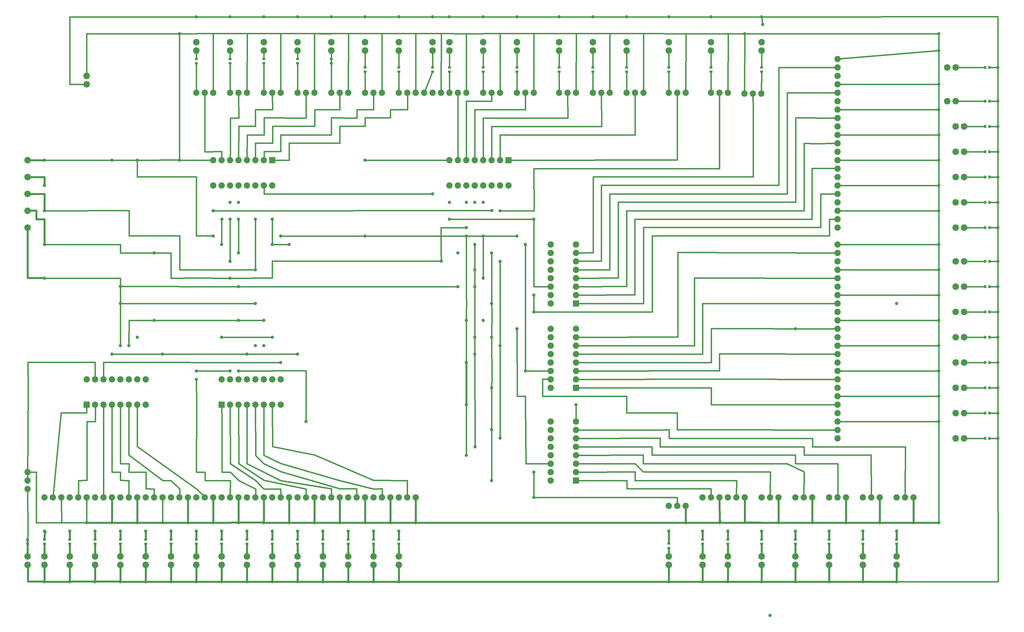
<source format=gtl>
G04 MADE WITH FRITZING*
G04 WWW.FRITZING.ORG*
G04 DOUBLE SIDED*
G04 HOLES PLATED*
G04 CONTOUR ON CENTER OF CONTOUR VECTOR*
%ASAXBY*%
%FSLAX23Y23*%
%MOIN*%
%OFA0B0*%
%SFA1.0B1.0*%
%ADD10C,0.039370*%
%ADD11C,0.078000*%
%ADD12C,0.075000*%
%ADD13R,0.035433X0.027559*%
%ADD14R,0.027559X0.035433*%
%ADD15R,0.075000X0.075000*%
%ADD16C,0.016000*%
%ADD17C,0.024000*%
%LNCOPPER1*%
G90*
G70*
G54D10*
X5083Y4596D03*
X2482Y4794D03*
X2483Y5093D03*
X3081Y5093D03*
X3282Y4794D03*
X5682Y4694D03*
X1280Y4295D03*
X5282Y4294D03*
X5582Y3894D03*
X5682Y3694D03*
X6082Y3294D03*
X5681Y2596D03*
X5681Y1994D03*
X5782Y2495D03*
X5483Y2394D03*
X5382Y2293D03*
X3481Y2693D03*
X382Y5494D03*
X382Y5794D03*
X382Y4794D03*
X382Y4394D03*
X382Y5194D03*
X4982Y5394D03*
X5684Y5196D03*
X5782Y5194D03*
X6882Y7494D03*
X5482Y3694D03*
X8893Y7402D03*
X2882Y4094D03*
X5682Y4094D03*
X5482Y3494D03*
X3282Y1494D03*
X2982Y1494D03*
X2382Y1494D03*
X11682Y2494D03*
X8882Y7494D03*
X7782Y7494D03*
X7282Y7494D03*
X8282Y7494D03*
X6482Y7494D03*
X9282Y3794D03*
X10482Y4094D03*
X5982Y7494D03*
X5582Y7494D03*
X5182Y7494D03*
X4982Y7494D03*
X4582Y7494D03*
X4182Y7494D03*
X3382Y7494D03*
X2982Y7494D03*
X2582Y7494D03*
X2182Y7494D03*
G54D11*
X682Y1094D03*
X682Y994D03*
X10482Y1094D03*
X10482Y994D03*
X11182Y2494D03*
X11282Y2494D03*
X11182Y2794D03*
X11282Y2794D03*
X11182Y3094D03*
X11282Y3094D03*
X11182Y3394D03*
X11282Y3394D03*
X11182Y3994D03*
X11282Y3994D03*
X11182Y3694D03*
X11282Y3694D03*
X11182Y4294D03*
X11282Y4294D03*
X11182Y4594D03*
X11282Y4594D03*
X11182Y4994D03*
X11282Y4994D03*
X11182Y5294D03*
X11282Y5294D03*
X11182Y5594D03*
X11282Y5594D03*
X11182Y5894D03*
X11282Y5894D03*
X11182Y6194D03*
X11282Y6194D03*
X11082Y6494D03*
X11182Y6494D03*
X11082Y6894D03*
X11182Y6894D03*
X8882Y7094D03*
X8882Y7194D03*
X8282Y7194D03*
X8282Y7094D03*
X7782Y7194D03*
X7782Y7094D03*
X7282Y7194D03*
X7282Y7094D03*
X6882Y7194D03*
X6882Y7094D03*
X6482Y7194D03*
X6482Y7094D03*
X5982Y7194D03*
X5982Y7094D03*
X5582Y7194D03*
X5582Y7094D03*
X5182Y7194D03*
X5182Y7094D03*
X4982Y7194D03*
X4982Y7094D03*
X4582Y7194D03*
X4582Y7094D03*
X882Y6794D03*
X882Y6694D03*
X4182Y7194D03*
X4182Y7094D03*
X3782Y7194D03*
X3782Y7094D03*
X3382Y7194D03*
X3382Y7094D03*
X2982Y7194D03*
X2982Y7094D03*
X2582Y7194D03*
X2582Y7094D03*
X2182Y7194D03*
X2182Y7094D03*
X10082Y1094D03*
X10082Y994D03*
X9682Y1094D03*
X9682Y994D03*
X9282Y1094D03*
X9282Y994D03*
X8882Y1094D03*
X8882Y994D03*
X8482Y1094D03*
X8482Y994D03*
X8182Y1094D03*
X8182Y994D03*
X7782Y1094D03*
X7782Y994D03*
X4582Y1094D03*
X4582Y994D03*
X4282Y1094D03*
X4282Y994D03*
X3982Y1094D03*
X3982Y994D03*
X3382Y1094D03*
X3382Y994D03*
X3082Y1094D03*
X3082Y994D03*
X2782Y1094D03*
X2782Y994D03*
X3682Y1094D03*
X3682Y994D03*
X2482Y1094D03*
X2482Y994D03*
X2182Y1094D03*
X2182Y994D03*
X1882Y1094D03*
X1882Y994D03*
X1582Y1094D03*
X1582Y994D03*
X1282Y1094D03*
X1282Y994D03*
X982Y1094D03*
X982Y994D03*
X382Y1094D03*
X382Y994D03*
X182Y1094D03*
X182Y994D03*
G54D10*
X8282Y7494D03*
X11682Y6894D03*
X11682Y6494D03*
X11682Y6194D03*
X11682Y5894D03*
X11682Y5594D03*
X11682Y5294D03*
X11682Y4994D03*
X11682Y4594D03*
X11682Y4294D03*
X11682Y3994D03*
X11682Y3694D03*
X11682Y3394D03*
X11682Y2794D03*
X11682Y3094D03*
X10082Y794D03*
X9682Y794D03*
X9282Y794D03*
X382Y794D03*
X1282Y794D03*
X1582Y794D03*
X1882Y794D03*
X2182Y794D03*
X2482Y794D03*
X2782Y794D03*
X3082Y794D03*
X3382Y794D03*
X3682Y794D03*
X3982Y794D03*
X4282Y794D03*
X4582Y794D03*
X7782Y794D03*
X8182Y794D03*
X8482Y794D03*
X8882Y794D03*
X682Y794D03*
X381Y1394D03*
X682Y1394D03*
X982Y1394D03*
X10482Y1394D03*
X2882Y5094D03*
X3082Y4794D03*
X1482Y5794D03*
X1182Y5794D03*
X2682Y5294D03*
X2682Y5094D03*
X2682Y4694D03*
X2682Y4294D03*
X2582Y5294D03*
X2582Y5094D03*
X2582Y4594D03*
X2582Y4394D03*
X2382Y4894D03*
X3182Y4894D03*
X4182Y5794D03*
X4182Y4894D03*
X5582Y5294D03*
X5582Y4894D03*
X5382Y4894D03*
X5582Y4394D03*
X5382Y3894D03*
X5382Y3394D03*
X6682Y2894D03*
X3382Y3494D03*
X5682Y3094D03*
X3082Y3694D03*
X2482Y3694D03*
X1482Y3694D03*
X2882Y4494D03*
X5482Y5294D03*
X5482Y4294D03*
X5482Y4794D03*
X5482Y4494D03*
X2882Y3594D03*
X1282Y3594D03*
X5382Y5294D03*
X5382Y4994D03*
X1682Y4694D03*
X1682Y3894D03*
X1382Y3594D03*
X2982Y3894D03*
X2682Y3894D03*
X5782Y4594D03*
X5782Y3594D03*
X5182Y5294D03*
X5182Y5094D03*
X6182Y5094D03*
X5982Y4894D03*
X6182Y4194D03*
X6182Y3994D03*
X5382Y2894D03*
X2782Y3494D03*
X2982Y3594D03*
X2682Y3294D03*
X1182Y3494D03*
X2582Y3294D03*
X2182Y3294D03*
X2182Y3194D03*
X6182Y2094D03*
X6182Y1794D03*
G54D12*
X2482Y2894D03*
X2482Y3194D03*
X2582Y2894D03*
X2582Y3194D03*
X2682Y2894D03*
X2682Y3194D03*
X2782Y2894D03*
X2782Y3194D03*
X2882Y2894D03*
X2882Y3194D03*
X2982Y2894D03*
X2982Y3194D03*
X3082Y2894D03*
X3082Y3194D03*
X3182Y2894D03*
X3182Y3194D03*
X6682Y1994D03*
X6382Y1994D03*
X6682Y2094D03*
X6382Y2094D03*
X6682Y2194D03*
X6382Y2194D03*
X6682Y2294D03*
X6382Y2294D03*
X6682Y2394D03*
X6382Y2394D03*
X6682Y2494D03*
X6382Y2494D03*
X6682Y2594D03*
X6382Y2594D03*
X6682Y2694D03*
X6382Y2694D03*
X6682Y3094D03*
X6382Y3094D03*
X6682Y3194D03*
X6382Y3194D03*
X6682Y3294D03*
X6382Y3294D03*
X6682Y3394D03*
X6382Y3394D03*
X6682Y3494D03*
X6382Y3494D03*
X6682Y3594D03*
X6382Y3594D03*
X6682Y3694D03*
X6382Y3694D03*
X6682Y3794D03*
X6382Y3794D03*
X6682Y4094D03*
X6382Y4094D03*
X6682Y4194D03*
X6382Y4194D03*
X6682Y4294D03*
X6382Y4294D03*
X6682Y4394D03*
X6382Y4394D03*
X6682Y4494D03*
X6382Y4494D03*
X6682Y4594D03*
X6382Y4594D03*
X6682Y4694D03*
X6382Y4694D03*
X6682Y4794D03*
X6382Y4794D03*
X5882Y5794D03*
X5882Y5494D03*
X5782Y5794D03*
X5782Y5494D03*
X5682Y5794D03*
X5682Y5494D03*
X5582Y5794D03*
X5582Y5494D03*
X5482Y5794D03*
X5482Y5494D03*
X5382Y5794D03*
X5382Y5494D03*
X5282Y5794D03*
X5282Y5494D03*
X5182Y5794D03*
X5182Y5494D03*
X3082Y5794D03*
X3082Y5494D03*
X2982Y5794D03*
X2982Y5494D03*
X2882Y5794D03*
X2882Y5494D03*
X2782Y5794D03*
X2782Y5494D03*
X2682Y5794D03*
X2682Y5494D03*
X2582Y5794D03*
X2582Y5494D03*
X2482Y5794D03*
X2482Y5494D03*
X2382Y5794D03*
X2382Y5494D03*
G54D10*
X3782Y7494D03*
X8982Y394D03*
X2382Y5194D03*
X6082Y4794D03*
X1282Y4094D03*
X5982Y3794D03*
G54D12*
X882Y2894D03*
X882Y3194D03*
X982Y2894D03*
X982Y3194D03*
X1082Y2894D03*
X1082Y3194D03*
X1182Y2894D03*
X1182Y3194D03*
X1282Y2894D03*
X1282Y3194D03*
X1382Y2894D03*
X1382Y3194D03*
X1482Y2894D03*
X1482Y3194D03*
X1582Y2894D03*
X1582Y3194D03*
G54D10*
X1782Y3494D03*
X3182Y3394D03*
G54D12*
X2482Y1794D03*
X2582Y1794D03*
X2682Y1794D03*
X1882Y1794D03*
X1982Y1794D03*
X2082Y1794D03*
X1582Y1794D03*
X1682Y1794D03*
X1782Y1794D03*
X1282Y1794D03*
X1382Y1794D03*
X1482Y1794D03*
X182Y1894D03*
X182Y1994D03*
X182Y2094D03*
X2182Y1794D03*
X2282Y1794D03*
X2382Y1794D03*
X3982Y1794D03*
X4082Y1794D03*
X4182Y1794D03*
X2782Y1794D03*
X2882Y1794D03*
X2982Y1794D03*
X3082Y1794D03*
X3182Y1794D03*
X3282Y1794D03*
X3682Y1794D03*
X3782Y1794D03*
X3882Y1794D03*
X3382Y1794D03*
X3482Y1794D03*
X3582Y1794D03*
X9782Y6494D03*
X9782Y6594D03*
X9782Y6694D03*
X9782Y6194D03*
X9782Y6294D03*
X9782Y6394D03*
X9782Y5894D03*
X9782Y5994D03*
X9782Y6094D03*
X9782Y5594D03*
X9782Y5694D03*
X9782Y5794D03*
X9782Y5294D03*
X9782Y5394D03*
X9782Y5494D03*
X9782Y4994D03*
X9782Y5094D03*
X9782Y5194D03*
X9782Y4594D03*
X9782Y4694D03*
X9782Y4794D03*
X9782Y4294D03*
X9782Y4394D03*
X9782Y4494D03*
X9782Y6794D03*
X9782Y6894D03*
X9782Y6994D03*
X8878Y6583D03*
X8778Y6583D03*
X8678Y6583D03*
X9782Y3994D03*
X9782Y4094D03*
X9782Y4194D03*
X9782Y3694D03*
X9782Y3794D03*
X9782Y3894D03*
X9782Y3394D03*
X9782Y3494D03*
X9782Y3594D03*
X9782Y3094D03*
X9782Y3194D03*
X9782Y3294D03*
X9782Y2794D03*
X9782Y2894D03*
X9782Y2994D03*
X9782Y2494D03*
X9782Y2594D03*
X9782Y2694D03*
X2982Y6594D03*
X3082Y6594D03*
X3182Y6594D03*
X3382Y6594D03*
X3482Y6594D03*
X3582Y6594D03*
X4182Y6594D03*
X4282Y6594D03*
X4382Y6594D03*
X4582Y6594D03*
X4682Y6594D03*
X4782Y6594D03*
X4882Y6594D03*
X4982Y6594D03*
X5082Y6594D03*
X5182Y6594D03*
X5282Y6594D03*
X5382Y6594D03*
X5582Y6594D03*
X5682Y6594D03*
X5782Y6594D03*
X5982Y6594D03*
X6082Y6594D03*
X6182Y6594D03*
X6482Y6594D03*
X6582Y6594D03*
X6682Y6594D03*
X6882Y6594D03*
X6982Y6594D03*
X7082Y6594D03*
X7282Y6594D03*
X7382Y6594D03*
X7482Y6594D03*
X7782Y6594D03*
X7882Y6594D03*
X7982Y6594D03*
X8282Y6594D03*
X8382Y6594D03*
X8482Y6594D03*
X2582Y6594D03*
X2682Y6594D03*
X2782Y6594D03*
X2182Y6594D03*
X2282Y6594D03*
X2382Y6594D03*
X3782Y6594D03*
X3882Y6594D03*
X3982Y6594D03*
G54D10*
X1982Y5794D03*
X1982Y7294D03*
G54D12*
X4282Y1794D03*
X4382Y1794D03*
X4482Y1794D03*
X982Y1794D03*
X1082Y1794D03*
X1182Y1794D03*
X10482Y1794D03*
X10582Y1794D03*
X10682Y1794D03*
X10082Y1794D03*
X10182Y1794D03*
X10282Y1794D03*
X7782Y1694D03*
X7882Y1694D03*
X7982Y1694D03*
X4582Y1794D03*
X4682Y1794D03*
X4782Y1794D03*
X8882Y1794D03*
X8982Y1794D03*
X9082Y1794D03*
X8182Y1794D03*
X8282Y1794D03*
X8382Y1794D03*
X8482Y1794D03*
X8582Y1794D03*
X8682Y1794D03*
X9282Y1794D03*
X9382Y1794D03*
X9482Y1794D03*
X9682Y1794D03*
X9782Y1794D03*
X9882Y1794D03*
G54D10*
X8682Y7294D03*
X10982Y7094D03*
X10982Y6694D03*
X10982Y6394D03*
X10982Y6094D03*
X10982Y5794D03*
X10982Y5194D03*
X10982Y5494D03*
X10982Y4794D03*
X10982Y4494D03*
X10982Y4194D03*
X10982Y3894D03*
X10982Y3594D03*
X10982Y7294D03*
X10982Y3294D03*
X10982Y2994D03*
X10982Y2694D03*
X10982Y1494D03*
X982Y794D03*
X1282Y1394D03*
X1582Y1394D03*
X1882Y1394D03*
X2182Y1394D03*
X2482Y1394D03*
X2782Y1394D03*
X3082Y1394D03*
X3382Y1394D03*
X3682Y1394D03*
X3982Y1394D03*
X4282Y1394D03*
X4582Y1394D03*
X7782Y1394D03*
X8182Y1394D03*
X8482Y1394D03*
X8882Y1394D03*
X9282Y1394D03*
X9682Y1394D03*
X10082Y1394D03*
X10482Y794D03*
X10682Y1494D03*
X9882Y1494D03*
X9482Y1494D03*
X8382Y1494D03*
X7982Y1494D03*
X4482Y1494D03*
X2682Y1494D03*
X2082Y1494D03*
X1782Y1494D03*
X1482Y1494D03*
X1182Y1494D03*
X3582Y1494D03*
X3882Y1494D03*
X4182Y1494D03*
X4782Y1494D03*
X9082Y1494D03*
X10282Y1494D03*
X5282Y4694D03*
G54D12*
X382Y1794D03*
X482Y1794D03*
X582Y1794D03*
X682Y1794D03*
X782Y1794D03*
X882Y1794D03*
G54D10*
X882Y1494D03*
G54D11*
X182Y5794D03*
X182Y5594D03*
X182Y5394D03*
X182Y5194D03*
X182Y4994D03*
G54D13*
X682Y1243D03*
X682Y1294D03*
X8282Y6843D03*
X8282Y6894D03*
X7782Y6843D03*
X7782Y6894D03*
X7282Y6843D03*
X7282Y6894D03*
X6882Y6843D03*
X6882Y6894D03*
X6482Y6843D03*
X6482Y6894D03*
X5982Y6843D03*
X5982Y6894D03*
X5182Y6843D03*
X5182Y6894D03*
X5582Y6843D03*
X5582Y6894D03*
X4982Y6843D03*
X4982Y6894D03*
X4582Y6843D03*
X4582Y6894D03*
X4182Y6843D03*
X4182Y6894D03*
X3782Y6943D03*
X3782Y6994D03*
X3382Y6943D03*
X3382Y6994D03*
X2982Y6943D03*
X2982Y6994D03*
X2582Y6943D03*
X2582Y6994D03*
X2182Y6943D03*
X2182Y6994D03*
G54D14*
X11531Y6894D03*
X11582Y6894D03*
G54D13*
X8882Y6843D03*
X8882Y6894D03*
G54D14*
X11531Y6494D03*
X11582Y6494D03*
X11531Y6194D03*
X11582Y6194D03*
X11531Y5894D03*
X11582Y5894D03*
X11531Y5594D03*
X11582Y5594D03*
X11531Y5294D03*
X11582Y5294D03*
X11531Y4994D03*
X11582Y4994D03*
X11531Y4594D03*
X11582Y4594D03*
X11531Y4294D03*
X11582Y4294D03*
X11531Y3994D03*
X11582Y3994D03*
X11531Y3694D03*
X11582Y3694D03*
X11531Y3394D03*
X11582Y3394D03*
X11531Y3094D03*
X11582Y3094D03*
X11531Y2794D03*
X11582Y2794D03*
X11531Y2494D03*
X11582Y2494D03*
G54D13*
X10482Y1243D03*
X10482Y1294D03*
X10082Y1243D03*
X10082Y1294D03*
X9682Y1243D03*
X9682Y1294D03*
X9282Y1243D03*
X9282Y1294D03*
X8882Y1243D03*
X8882Y1294D03*
X8482Y1243D03*
X8482Y1294D03*
X8182Y1243D03*
X8182Y1294D03*
X7782Y1194D03*
X7782Y1246D03*
X4582Y1243D03*
X4582Y1294D03*
X4282Y1243D03*
X4282Y1294D03*
X3982Y1243D03*
X3982Y1294D03*
X3682Y1243D03*
X3682Y1294D03*
X3382Y1243D03*
X3382Y1294D03*
X3082Y1243D03*
X3082Y1294D03*
X2782Y1243D03*
X2782Y1294D03*
X2482Y1243D03*
X2482Y1294D03*
X2182Y1243D03*
X2182Y1294D03*
X1882Y1243D03*
X1882Y1294D03*
X1582Y1243D03*
X1582Y1294D03*
X1282Y1243D03*
X1282Y1294D03*
X982Y1243D03*
X982Y1294D03*
X382Y1243D03*
X382Y1294D03*
X182Y1243D03*
X182Y1294D03*
G54D15*
X2482Y2894D03*
X6682Y1994D03*
X6682Y3094D03*
X6682Y4094D03*
X5882Y5794D03*
X3082Y5794D03*
X882Y2894D03*
G54D16*
X2482Y5080D02*
X2482Y4808D01*
D02*
X3269Y4794D02*
X3096Y4794D01*
D02*
X3082Y4808D02*
X3081Y5080D01*
D02*
X1282Y4108D02*
X1280Y4282D01*
D02*
X5582Y4408D02*
X5582Y4881D01*
D02*
X5969Y4894D02*
X5596Y4894D01*
D02*
X5682Y4108D02*
X5682Y4681D01*
D02*
X6082Y3308D02*
X6082Y4781D01*
D02*
X6359Y3294D02*
X6096Y3294D01*
G54D17*
D02*
X5382Y2913D02*
X5382Y3375D01*
G54D16*
D02*
X6182Y1808D02*
X6182Y2081D01*
D02*
X7679Y2594D02*
X6705Y2594D01*
D02*
X10584Y2394D02*
X9484Y2394D01*
D02*
X9484Y2394D02*
X9484Y2493D01*
D02*
X9484Y2493D02*
X7784Y2493D01*
D02*
X7784Y2493D02*
X7784Y2595D01*
D02*
X7784Y2595D02*
X7679Y2594D01*
D02*
X10582Y1817D02*
X10584Y2394D01*
D02*
X3481Y3296D02*
X3481Y2707D01*
D02*
X2696Y3294D02*
X3481Y3296D01*
D02*
X5382Y2307D02*
X5382Y2881D01*
D02*
X5483Y2408D02*
X5482Y3481D01*
D02*
X5782Y2509D02*
X5782Y3581D01*
D02*
X5672Y2003D02*
X5681Y1994D01*
D02*
X5681Y1994D02*
X5681Y2583D01*
D02*
X5681Y2610D02*
X5682Y3081D01*
D02*
X8280Y1897D02*
X7285Y1897D01*
D02*
X7285Y1897D02*
X7285Y1994D01*
D02*
X7285Y1994D02*
X6705Y1994D01*
D02*
X8282Y1817D02*
X8280Y1897D01*
D02*
X8584Y1994D02*
X8582Y1817D01*
D02*
X7382Y1994D02*
X8584Y1994D01*
D02*
X7382Y2097D02*
X7382Y1994D01*
D02*
X6705Y2094D02*
X7382Y2097D01*
D02*
X3782Y6951D02*
X3782Y6986D01*
D02*
X2583Y5894D02*
X2582Y5817D01*
D02*
X2881Y6093D02*
X2783Y6093D01*
D02*
X2985Y6093D02*
X2881Y6093D01*
D02*
X2783Y6093D02*
X2782Y5817D01*
D02*
X2985Y6295D02*
X2985Y6093D01*
D02*
X3482Y6293D02*
X2985Y6295D01*
D02*
X3482Y6571D02*
X3482Y6293D01*
D02*
X3083Y6394D02*
X3082Y6571D01*
D02*
X2881Y6393D02*
X3083Y6394D01*
D02*
X2881Y6197D02*
X2881Y6394D01*
D02*
X2684Y6196D02*
X2881Y6197D01*
D02*
X2682Y5817D02*
X2684Y6196D01*
D02*
X2684Y6293D02*
X2583Y6293D01*
D02*
X2583Y6293D02*
X2583Y5995D01*
D02*
X2583Y5995D02*
X2583Y5894D01*
D02*
X2682Y6571D02*
X2684Y6293D01*
D02*
X6482Y6835D02*
X6482Y6617D01*
D02*
X5369Y4894D02*
X4196Y4894D01*
D02*
X5482Y3708D02*
X5482Y4281D01*
D02*
X8869Y7494D02*
X8296Y7494D01*
D02*
X11681Y7495D02*
X8896Y7494D01*
D02*
X11682Y6908D02*
X11681Y7495D01*
D02*
X8882Y7070D02*
X8882Y6903D01*
D02*
X8882Y6835D02*
X8879Y6606D01*
D02*
X8891Y7415D02*
X8884Y7481D01*
G54D17*
D02*
X682Y813D02*
X682Y964D01*
D02*
X382Y813D02*
X382Y964D01*
G54D16*
D02*
X2969Y3894D02*
X2696Y3894D01*
D02*
X2496Y3694D02*
X3069Y3694D01*
D02*
X7583Y3992D02*
X7583Y4896D01*
D02*
X7583Y4896D02*
X9683Y4896D01*
D02*
X9683Y4896D02*
X9683Y5093D01*
D02*
X9683Y5093D02*
X9759Y5094D01*
D02*
X6196Y3994D02*
X7583Y3992D01*
D02*
X5682Y3681D02*
X5683Y3195D01*
D02*
X5683Y3995D02*
X5682Y3708D01*
D02*
X5683Y3195D02*
X5682Y3108D01*
D02*
X5682Y4081D02*
X5683Y3995D01*
D02*
X682Y6694D02*
X858Y6694D01*
D02*
X682Y7494D02*
X682Y6694D01*
D02*
X2169Y7494D02*
X682Y7494D01*
D02*
X882Y7294D02*
X882Y6819D01*
D02*
X1969Y7294D02*
X882Y7294D01*
G54D17*
D02*
X10682Y1513D02*
X10682Y1766D01*
G54D16*
D02*
X5781Y7296D02*
X5782Y6617D01*
D02*
X5381Y7293D02*
X5781Y7296D01*
D02*
X5382Y6617D02*
X5381Y7293D01*
D02*
X5083Y7296D02*
X5082Y6617D01*
D02*
X4782Y7296D02*
X5083Y7296D01*
D02*
X4782Y6617D02*
X4782Y7296D01*
D02*
X6683Y7295D02*
X6682Y6617D01*
D02*
X6181Y7295D02*
X6683Y7295D01*
D02*
X6182Y6617D02*
X6181Y7295D01*
D02*
X7482Y7295D02*
X7482Y6617D01*
D02*
X7082Y7295D02*
X7482Y7295D01*
D02*
X7082Y6617D02*
X7082Y7295D01*
D02*
X8483Y7294D02*
X8482Y6617D01*
D02*
X10969Y7294D02*
X8483Y7294D01*
D02*
X8483Y7294D02*
X8482Y6617D01*
D02*
X7983Y7294D02*
X8483Y7294D01*
D02*
X7982Y6617D02*
X7983Y7294D01*
D02*
X7983Y7294D02*
X7482Y7295D01*
D02*
X7482Y7295D02*
X7482Y6617D01*
D02*
X7982Y6617D02*
X7983Y7294D01*
D02*
X7082Y7295D02*
X6683Y7295D01*
D02*
X6683Y7295D02*
X6682Y6617D01*
D02*
X7082Y6617D02*
X7082Y7295D01*
D02*
X6181Y7295D02*
X6182Y6617D01*
D02*
X5781Y7296D02*
X6181Y7295D01*
D02*
X5782Y6617D02*
X5781Y7296D01*
D02*
X5381Y7293D02*
X5382Y6617D01*
D02*
X5083Y7296D02*
X5381Y7293D01*
D02*
X5082Y6617D02*
X5083Y7296D01*
D02*
X2381Y7295D02*
X2382Y6617D01*
D02*
X1996Y7294D02*
X2381Y7295D01*
D02*
X4381Y7296D02*
X4782Y7296D01*
D02*
X4782Y7296D02*
X4782Y6617D01*
D02*
X4382Y6617D02*
X4381Y7296D01*
D02*
X3983Y7296D02*
X3982Y6617D01*
D02*
X4381Y7296D02*
X3983Y7296D01*
D02*
X4382Y6617D02*
X4381Y7296D01*
D02*
X3582Y7296D02*
X3582Y6617D01*
D02*
X3681Y7294D02*
X3582Y7296D01*
D02*
X3882Y7295D02*
X3681Y7294D01*
D02*
X3983Y7296D02*
X3882Y7295D01*
D02*
X3982Y6617D02*
X3983Y7296D01*
D02*
X3182Y7296D02*
X3182Y6617D01*
D02*
X2783Y7296D02*
X3182Y7296D01*
D02*
X2782Y6617D02*
X2783Y7296D01*
D02*
X3882Y7295D02*
X3182Y7296D01*
D02*
X3182Y7296D02*
X3182Y6617D01*
D02*
X3582Y7296D02*
X3882Y7295D01*
D02*
X3582Y6617D02*
X3582Y7296D01*
D02*
X2783Y7296D02*
X2381Y7295D01*
D02*
X2381Y7295D02*
X2382Y6617D01*
D02*
X2782Y6617D02*
X2783Y7296D01*
D02*
X2482Y5896D02*
X2482Y5817D01*
D02*
X2281Y5894D02*
X2482Y5896D01*
D02*
X2282Y6571D02*
X2281Y5894D01*
D02*
X3881Y6394D02*
X3882Y6571D01*
D02*
X5682Y6494D02*
X5682Y6571D01*
D02*
X4684Y6495D02*
X4683Y6571D01*
D02*
X4684Y6394D02*
X4684Y6495D01*
D02*
X3583Y6394D02*
X3881Y6394D01*
D02*
X5582Y6294D02*
X5782Y6294D01*
D02*
X5782Y6294D02*
X6583Y6294D01*
D02*
X6583Y6294D02*
X6582Y6571D01*
D02*
X5582Y5817D02*
X5582Y6294D01*
D02*
X5482Y6394D02*
X6081Y6394D01*
D02*
X6081Y6394D02*
X6082Y6571D01*
D02*
X5482Y5817D02*
X5482Y6394D01*
D02*
X5382Y6494D02*
X5682Y6494D01*
D02*
X5382Y5817D02*
X5382Y6494D01*
D02*
X5280Y6495D02*
X5282Y5817D01*
D02*
X5282Y6571D02*
X5280Y6495D01*
D02*
X4968Y5394D02*
X2985Y5394D01*
D02*
X2985Y5394D02*
X2983Y5471D01*
D02*
X4482Y6295D02*
X4482Y6394D01*
D02*
X4482Y6393D02*
X4684Y6394D01*
D02*
X4181Y6295D02*
X4482Y6295D01*
D02*
X4181Y6197D02*
X4181Y6295D01*
D02*
X3881Y6197D02*
X4181Y6197D01*
D02*
X3881Y5995D02*
X3881Y6197D01*
D02*
X3280Y5995D02*
X3881Y5995D01*
D02*
X3280Y5793D02*
X3280Y5995D01*
D02*
X3105Y5794D02*
X3280Y5793D01*
D02*
X4083Y6293D02*
X4083Y6394D01*
D02*
X4280Y6394D02*
X4282Y6571D01*
D02*
X4083Y6393D02*
X4280Y6394D01*
D02*
X2985Y5896D02*
X3181Y5896D01*
D02*
X3181Y5896D02*
X3181Y6093D01*
D02*
X3181Y6093D02*
X3782Y6093D01*
D02*
X3782Y6093D02*
X3782Y6295D01*
D02*
X3782Y6295D02*
X4083Y6293D01*
D02*
X2983Y5817D02*
X2985Y5896D01*
D02*
X3083Y6197D02*
X3583Y6196D01*
D02*
X3583Y6196D02*
X3583Y6394D01*
D02*
X2881Y5995D02*
X3083Y5995D01*
D02*
X3083Y5995D02*
X3083Y6197D01*
D02*
X2882Y5817D02*
X2881Y5995D01*
D02*
X9283Y5296D02*
X9284Y5995D01*
D02*
X9284Y6296D02*
X9759Y6294D01*
D02*
X9284Y5995D02*
X9284Y6296D01*
D02*
X7182Y4395D02*
X7182Y5296D01*
D02*
X7182Y5296D02*
X9283Y5296D01*
D02*
X6705Y4394D02*
X7182Y4395D01*
D02*
X9183Y5392D02*
X9183Y6594D01*
D02*
X9183Y6594D02*
X9759Y6594D01*
D02*
X7081Y4492D02*
X7081Y5392D01*
D02*
X7081Y5392D02*
X9183Y5392D01*
D02*
X6705Y4494D02*
X7081Y4492D01*
D02*
X9084Y5496D02*
X9085Y6893D01*
D02*
X9085Y6893D02*
X9759Y6894D01*
D02*
X6982Y5496D02*
X7081Y5496D01*
D02*
X6982Y4596D02*
X6982Y5496D01*
D02*
X7081Y5496D02*
X9084Y5496D01*
D02*
X6705Y4595D02*
X6982Y4596D01*
D02*
X8782Y5595D02*
X8782Y6395D01*
D02*
X8782Y6395D02*
X8779Y6560D01*
D02*
X6883Y4695D02*
X6883Y5595D01*
D02*
X6883Y5595D02*
X8782Y5595D01*
D02*
X6705Y4694D02*
X6883Y4695D01*
D02*
X6185Y5194D02*
X6182Y5693D01*
D02*
X6182Y5693D02*
X8382Y5693D01*
D02*
X5796Y5194D02*
X6185Y5194D01*
D02*
X8382Y5693D02*
X8382Y6571D01*
D02*
X7881Y5795D02*
X7882Y6571D01*
D02*
X5905Y5794D02*
X7881Y5795D01*
D02*
X5782Y6094D02*
X7382Y6094D01*
D02*
X7382Y6094D02*
X7382Y6571D01*
D02*
X5782Y5817D02*
X5782Y6094D01*
D02*
X5682Y6094D02*
X5682Y5817D01*
D02*
X5682Y6194D02*
X5682Y6094D01*
D02*
X6983Y6194D02*
X5682Y6194D01*
D02*
X6982Y6571D02*
X6983Y6194D01*
D02*
X8283Y3796D02*
X9759Y3794D01*
D02*
X8283Y3393D02*
X8283Y3796D01*
D02*
X6705Y3394D02*
X8283Y3393D01*
D02*
X8180Y4094D02*
X9759Y4094D01*
D02*
X8180Y3491D02*
X8180Y4094D01*
D02*
X6705Y3494D02*
X8180Y3491D01*
D02*
X8084Y4396D02*
X9759Y4394D01*
D02*
X8084Y3594D02*
X8084Y4396D01*
D02*
X6705Y3594D02*
X8084Y3594D01*
D02*
X7886Y4698D02*
X9759Y4694D01*
D02*
X7886Y3697D02*
X7886Y4698D01*
D02*
X6705Y3694D02*
X7886Y3697D01*
D02*
X7481Y4997D02*
X9581Y4997D01*
D02*
X9581Y4997D02*
X9581Y5392D01*
D02*
X9581Y5392D02*
X9759Y5394D01*
D02*
X7481Y4094D02*
X7481Y4997D01*
D02*
X6705Y4094D02*
X7481Y4094D01*
D02*
X7379Y4196D02*
X6705Y4194D01*
D02*
X7379Y5093D02*
X7379Y4196D01*
D02*
X9479Y5093D02*
X7379Y5093D01*
D02*
X9479Y5697D02*
X9479Y5093D01*
D02*
X9759Y5695D02*
X9479Y5697D01*
D02*
X9383Y5192D02*
X9383Y5993D01*
D02*
X9513Y5990D02*
X9759Y5994D01*
D02*
X9383Y5993D02*
X9513Y5990D01*
D02*
X7282Y4296D02*
X7282Y5192D01*
D02*
X7282Y5192D02*
X9383Y5192D01*
D02*
X6705Y4294D02*
X7282Y4296D01*
D02*
X10982Y3008D02*
X10982Y7281D01*
D02*
X8984Y2097D02*
X7679Y2097D01*
D02*
X7479Y2097D02*
X7382Y2194D01*
D02*
X7679Y2097D02*
X7479Y2097D01*
D02*
X7382Y2194D02*
X7182Y2194D01*
D02*
X7182Y2194D02*
X7085Y2194D01*
D02*
X7085Y2194D02*
X6982Y2194D01*
D02*
X6982Y2194D02*
X6885Y2194D01*
D02*
X6885Y2194D02*
X6781Y2194D01*
D02*
X6781Y2194D02*
X6705Y2194D01*
D02*
X8982Y1817D02*
X8984Y2097D01*
D02*
X9385Y2097D02*
X9184Y2194D01*
D02*
X9184Y2194D02*
X7983Y2194D01*
D02*
X7983Y2194D02*
X7880Y2194D01*
D02*
X7880Y2194D02*
X7582Y2194D01*
D02*
X7582Y2194D02*
X7479Y2194D01*
D02*
X7479Y2194D02*
X7479Y2297D01*
D02*
X7479Y2297D02*
X6705Y2294D01*
D02*
X9382Y1817D02*
X9385Y2097D01*
D02*
X9785Y1994D02*
X9785Y2194D01*
D02*
X9785Y2194D02*
X9281Y2194D01*
D02*
X9281Y2194D02*
X9281Y2297D01*
D02*
X9281Y2297D02*
X7582Y2297D01*
D02*
X7582Y2297D02*
X7582Y2394D01*
D02*
X7582Y2394D02*
X7382Y2394D01*
D02*
X7382Y2394D02*
X6705Y2394D01*
D02*
X9783Y1817D02*
X9785Y1994D01*
D02*
X10179Y2297D02*
X9385Y2297D01*
D02*
X9385Y2297D02*
X9385Y2394D01*
D02*
X9385Y2394D02*
X7679Y2394D01*
D02*
X7679Y2394D02*
X7679Y2497D01*
D02*
X7679Y2497D02*
X6705Y2494D01*
D02*
X10182Y1817D02*
X10179Y2297D01*
D02*
X8283Y2595D02*
X9759Y2594D01*
D02*
X7882Y2595D02*
X8283Y2595D01*
D02*
X7882Y2796D02*
X7882Y2595D01*
D02*
X7384Y2796D02*
X7882Y2796D01*
D02*
X7282Y2795D02*
X7384Y2796D01*
D02*
X7282Y2992D02*
X7282Y2795D01*
D02*
X6284Y2992D02*
X7282Y2992D01*
D02*
X6284Y3195D02*
X6284Y2992D01*
D02*
X6359Y3195D02*
X6284Y3195D01*
D02*
X8283Y2892D02*
X9759Y2894D01*
D02*
X8283Y3093D02*
X8283Y2892D01*
D02*
X6705Y3094D02*
X8283Y3093D01*
D02*
X8379Y3197D02*
X9759Y3194D01*
D02*
X8283Y3197D02*
X8379Y3197D01*
D02*
X6705Y3194D02*
X8283Y3197D01*
D02*
X8581Y3495D02*
X9759Y3494D01*
D02*
X8382Y3495D02*
X8581Y3495D01*
D02*
X8382Y3296D02*
X8382Y3495D01*
D02*
X6705Y3294D02*
X8382Y3296D01*
G54D17*
D02*
X5182Y1493D02*
X10963Y1494D01*
D02*
X3301Y1494D02*
X5182Y1493D01*
G54D16*
D02*
X2982Y1894D02*
X2884Y1993D01*
D02*
X2884Y1993D02*
X2583Y2193D01*
D02*
X2583Y2193D02*
X2582Y2871D01*
D02*
X3181Y1893D02*
X2982Y1894D01*
D02*
X3182Y1817D02*
X3181Y1893D01*
D02*
X2983Y1995D02*
X2685Y2192D01*
D02*
X3482Y1894D02*
X2983Y1995D01*
D02*
X2685Y2192D02*
X2682Y2871D01*
D02*
X3482Y1817D02*
X3482Y1894D01*
D02*
X3181Y1994D02*
X2780Y2194D01*
D02*
X2780Y2194D02*
X2782Y2871D01*
D02*
X3782Y1897D02*
X3181Y1994D01*
D02*
X3782Y1817D02*
X3782Y1897D01*
D02*
X4081Y1895D02*
X3881Y1895D01*
D02*
X3181Y2098D02*
X2980Y2194D01*
D02*
X2980Y2194D02*
X2884Y2290D01*
D02*
X2884Y2290D02*
X2882Y2871D01*
D02*
X3881Y1895D02*
X3181Y2098D01*
D02*
X4082Y1817D02*
X4081Y1895D01*
D02*
X4383Y1896D02*
X4383Y1817D01*
D02*
X4281Y1893D02*
X4383Y1896D01*
D02*
X3880Y1994D02*
X4281Y1893D01*
D02*
X3180Y2196D02*
X3880Y1994D01*
D02*
X2982Y2293D02*
X3180Y2196D01*
D02*
X2982Y2871D02*
X2982Y2293D01*
D02*
X4281Y1997D02*
X3584Y2295D01*
D02*
X3584Y2295D02*
X3084Y2395D01*
D02*
X4681Y1994D02*
X4281Y1997D01*
D02*
X3084Y2395D02*
X3082Y2871D01*
D02*
X4682Y1817D02*
X4681Y1994D01*
G54D17*
D02*
X10282Y1513D02*
X10282Y1766D01*
D02*
X2982Y1513D02*
X2982Y1766D01*
D02*
X3001Y1494D02*
X3263Y1494D01*
G54D16*
D02*
X2182Y2092D02*
X2183Y2894D01*
D02*
X2283Y2092D02*
X2182Y2092D01*
D02*
X2183Y2894D02*
X2182Y3181D01*
D02*
X2584Y1992D02*
X2283Y1992D01*
D02*
X2283Y1992D02*
X2283Y2092D01*
D02*
X2582Y1817D02*
X2584Y1992D01*
D02*
X2484Y2092D02*
X2484Y2695D01*
D02*
X2484Y2695D02*
X2482Y2871D01*
D02*
X2884Y1893D02*
X2684Y1993D01*
D02*
X2684Y1993D02*
X2584Y2092D01*
D02*
X2584Y2092D02*
X2484Y2092D01*
D02*
X2883Y1817D02*
X2884Y1893D01*
G54D17*
D02*
X1201Y1494D02*
X2363Y1494D01*
D02*
X2785Y1496D02*
X2963Y1495D01*
D02*
X2401Y1494D02*
X2785Y1496D01*
D02*
X3882Y1513D02*
X3882Y1766D01*
D02*
X3582Y1513D02*
X3582Y1766D01*
D02*
X8392Y1511D02*
X8383Y1496D01*
D02*
X8383Y1496D02*
X8382Y1766D01*
D02*
X8681Y1496D02*
X8682Y1766D01*
D02*
X2682Y1766D02*
X2682Y1513D01*
D02*
X9063Y1494D02*
X8681Y1496D01*
D02*
X4782Y1513D02*
X4782Y1766D01*
D02*
X4482Y1513D02*
X4482Y1766D01*
D02*
X4182Y1513D02*
X4182Y1766D01*
G54D16*
D02*
X187Y3090D02*
X184Y3395D01*
D02*
X184Y3395D02*
X980Y3395D01*
D02*
X980Y3395D02*
X982Y3217D01*
D02*
X182Y2017D02*
X187Y3090D01*
D02*
X882Y2796D02*
X882Y2871D01*
D02*
X579Y2796D02*
X882Y2796D01*
D02*
X485Y1817D02*
X579Y2796D01*
D02*
X884Y1997D02*
X884Y2092D01*
D02*
X884Y2691D02*
X985Y2691D01*
D02*
X985Y2691D02*
X983Y2871D01*
D02*
X884Y2092D02*
X884Y2691D01*
D02*
X785Y1994D02*
X884Y1997D01*
D02*
X783Y1817D02*
X785Y1994D01*
D02*
X1080Y2597D02*
X1080Y2691D01*
D02*
X1080Y2691D02*
X1082Y2871D01*
D02*
X1080Y1994D02*
X1080Y1997D01*
D02*
X1080Y1997D02*
X1080Y2597D01*
D02*
X1082Y1817D02*
X1080Y1994D01*
D02*
X1282Y2092D02*
X1181Y2092D01*
D02*
X1181Y2092D02*
X1182Y2871D01*
D02*
X1380Y1994D02*
X1282Y1997D01*
D02*
X1282Y1997D02*
X1282Y2092D01*
D02*
X1382Y1817D02*
X1380Y1994D01*
D02*
X1585Y1895D02*
X1682Y1894D01*
D02*
X1585Y2093D02*
X1585Y1895D01*
D02*
X1382Y2093D02*
X1585Y2093D01*
D02*
X1682Y1894D02*
X1682Y1817D01*
D02*
X1383Y2193D02*
X1382Y2093D01*
D02*
X1282Y2193D02*
X1383Y2193D01*
D02*
X1282Y2871D02*
X1282Y2193D01*
D02*
X1783Y1994D02*
X1382Y2296D01*
D02*
X1382Y2296D02*
X1382Y2871D01*
D02*
X1983Y1894D02*
X1881Y1994D01*
D02*
X1881Y1994D02*
X1783Y1994D01*
D02*
X1983Y1817D02*
X1983Y1894D01*
D02*
X2183Y1894D02*
X1481Y2395D01*
D02*
X1481Y2395D02*
X1482Y2871D01*
D02*
X2266Y1811D02*
X2183Y1894D01*
G54D17*
D02*
X2382Y1513D02*
X2382Y1766D01*
G54D16*
D02*
X1982Y5794D02*
X1984Y5795D01*
D02*
X1982Y7281D02*
X1982Y5808D01*
D02*
X1996Y5794D02*
X2359Y5794D01*
D02*
X1984Y5795D02*
X1496Y5794D01*
D02*
X2182Y5596D02*
X1482Y5596D01*
D02*
X2182Y4896D02*
X2182Y5596D01*
D02*
X1482Y5793D02*
X1481Y5781D01*
D02*
X1482Y5596D02*
X1482Y5793D01*
D02*
X2369Y4895D02*
X2182Y4896D01*
G54D17*
D02*
X7981Y1593D02*
X7982Y1513D01*
D02*
X7982Y1666D02*
X7981Y1593D01*
G54D16*
D02*
X8269Y7494D02*
X7796Y7494D01*
D02*
X6896Y7494D02*
X7769Y7494D01*
D02*
X2196Y7494D02*
X6869Y7494D01*
G54D17*
D02*
X3282Y1513D02*
X3282Y1766D01*
D02*
X1601Y794D02*
X1863Y794D01*
D02*
X1080Y797D02*
X1263Y795D01*
D02*
X1301Y794D02*
X1563Y794D01*
D02*
X1901Y794D02*
X2163Y794D01*
D02*
X2201Y794D02*
X2463Y794D01*
D02*
X2501Y794D02*
X2763Y794D01*
D02*
X2801Y794D02*
X3063Y794D01*
D02*
X3101Y794D02*
X3363Y794D01*
D02*
X3401Y794D02*
X3663Y794D01*
D02*
X3701Y794D02*
X3963Y794D01*
D02*
X4001Y794D02*
X4263Y794D01*
D02*
X4301Y794D02*
X4563Y794D01*
D02*
X4601Y794D02*
X7763Y794D01*
D02*
X7801Y794D02*
X8163Y794D01*
D02*
X8201Y794D02*
X8463Y794D01*
D02*
X8501Y794D02*
X8863Y794D01*
D02*
X8901Y794D02*
X9263Y794D01*
D02*
X9301Y794D02*
X9663Y794D01*
D02*
X10101Y794D02*
X10463Y794D01*
G54D16*
D02*
X11682Y2808D02*
X11682Y3081D01*
D02*
X11682Y3108D02*
X11682Y3381D01*
D02*
X11682Y3408D02*
X11682Y3681D01*
D02*
X11682Y3708D02*
X11682Y3981D01*
D02*
X11682Y4008D02*
X11682Y4281D01*
D02*
X11682Y4308D02*
X11682Y4581D01*
D02*
X11682Y4608D02*
X11682Y4981D01*
D02*
X11682Y5008D02*
X11682Y5281D01*
D02*
X11682Y5308D02*
X11682Y5581D01*
D02*
X11682Y5608D02*
X11682Y5881D01*
D02*
X11682Y5908D02*
X11682Y6181D01*
D02*
X11682Y6208D02*
X11682Y6481D01*
D02*
X11682Y6508D02*
X11682Y6881D01*
G54D17*
D02*
X1001Y795D02*
X1080Y797D01*
G54D16*
D02*
X11684Y792D02*
X11682Y2481D01*
D02*
X10496Y794D02*
X11684Y792D01*
D02*
X11682Y2508D02*
X11682Y2781D01*
G54D17*
D02*
X663Y794D02*
X401Y794D01*
D02*
X184Y797D02*
X183Y964D01*
D02*
X363Y795D02*
X184Y797D01*
D02*
X885Y797D02*
X701Y795D01*
D02*
X963Y795D02*
X885Y797D01*
D02*
X182Y1125D02*
X182Y1286D01*
G54D16*
D02*
X183Y1397D02*
X182Y1871D01*
D02*
X182Y1251D02*
X183Y1397D01*
D02*
X2982Y6617D02*
X2982Y6935D01*
D02*
X2982Y7003D02*
X2982Y7070D01*
D02*
X2582Y7070D02*
X2582Y7003D01*
D02*
X2582Y6935D02*
X2582Y6617D01*
D02*
X2182Y7070D02*
X2182Y7003D01*
D02*
X2182Y6935D02*
X2182Y6617D01*
D02*
X4182Y7070D02*
X4182Y6903D01*
D02*
X4182Y6835D02*
X4182Y6617D01*
D02*
X3782Y7070D02*
X3782Y7003D01*
D02*
X3782Y6935D02*
X3782Y6617D01*
D02*
X3382Y7070D02*
X3382Y7003D01*
D02*
X3382Y6935D02*
X3382Y6617D01*
D02*
X5182Y7070D02*
X5182Y6903D01*
D02*
X5182Y6835D02*
X5182Y6617D01*
D02*
X4982Y7070D02*
X4982Y6903D01*
D02*
X4979Y6835D02*
X4891Y6616D01*
D02*
X4582Y7070D02*
X4582Y6903D01*
D02*
X4582Y6835D02*
X4582Y6617D01*
D02*
X6482Y7070D02*
X6482Y6903D01*
D02*
X5982Y7070D02*
X5982Y6903D01*
D02*
X5982Y6835D02*
X5982Y6617D01*
D02*
X5582Y7070D02*
X5582Y6903D01*
D02*
X5582Y6835D02*
X5582Y6617D01*
D02*
X7782Y7070D02*
X7782Y6903D01*
D02*
X7782Y6835D02*
X7782Y6617D01*
D02*
X7282Y7070D02*
X7282Y6903D01*
D02*
X7282Y6835D02*
X7282Y6617D01*
D02*
X6882Y7070D02*
X6882Y6903D01*
D02*
X6882Y6835D02*
X6882Y6617D01*
D02*
X11523Y6894D02*
X11207Y6894D01*
D02*
X8282Y7070D02*
X8282Y6903D01*
D02*
X8282Y6835D02*
X8282Y6617D01*
D02*
X11669Y6194D02*
X11591Y6194D01*
D02*
X11523Y6194D02*
X11307Y6194D01*
D02*
X11523Y6494D02*
X11207Y6494D01*
D02*
X11669Y6494D02*
X11591Y6494D01*
D02*
X11669Y6894D02*
X11591Y6894D01*
G54D17*
D02*
X982Y813D02*
X982Y964D01*
G54D16*
D02*
X11669Y5294D02*
X11591Y5294D01*
D02*
X11523Y5294D02*
X11307Y5294D01*
D02*
X11523Y5594D02*
X11307Y5594D01*
D02*
X11591Y5594D02*
X11669Y5594D01*
D02*
X11307Y5894D02*
X11523Y5894D01*
D02*
X11591Y5894D02*
X11669Y5894D01*
D02*
X11523Y3994D02*
X11307Y3994D01*
D02*
X11307Y4294D02*
X11523Y4294D01*
D02*
X11669Y4294D02*
X11591Y4294D01*
D02*
X11669Y4594D02*
X11591Y4594D01*
D02*
X11523Y4594D02*
X11307Y4594D01*
D02*
X11307Y4994D02*
X11523Y4994D01*
D02*
X11669Y4994D02*
X11591Y4994D01*
D02*
X11307Y3094D02*
X11523Y3094D01*
D02*
X11669Y3094D02*
X11591Y3094D01*
D02*
X11307Y3394D02*
X11523Y3394D01*
D02*
X11669Y3394D02*
X11591Y3394D01*
D02*
X11669Y3694D02*
X11591Y3694D01*
D02*
X11523Y3694D02*
X11307Y3694D01*
D02*
X11669Y3994D02*
X11591Y3994D01*
G54D17*
D02*
X10482Y1235D02*
X10482Y1125D01*
D02*
X10482Y964D02*
X10482Y813D01*
G54D16*
D02*
X11307Y2494D02*
X11523Y2494D01*
D02*
X11591Y2494D02*
X11669Y2494D01*
D02*
X11669Y2794D02*
X11591Y2794D01*
D02*
X11523Y2794D02*
X11307Y2794D01*
G54D17*
D02*
X9282Y1235D02*
X9282Y1125D01*
D02*
X9282Y813D02*
X9282Y964D01*
D02*
X9682Y1235D02*
X9682Y1125D01*
D02*
X9682Y813D02*
X9682Y964D01*
D02*
X10082Y1125D02*
X10082Y1235D01*
D02*
X8182Y1235D02*
X8182Y1125D01*
D02*
X8182Y964D02*
X8182Y813D01*
D02*
X8482Y1235D02*
X8482Y1125D01*
D02*
X8482Y813D02*
X8482Y964D01*
D02*
X8882Y1235D02*
X8882Y1125D01*
D02*
X8882Y813D02*
X8882Y964D01*
D02*
X4282Y1235D02*
X4282Y1125D01*
D02*
X4282Y964D02*
X4282Y813D01*
D02*
X4582Y1235D02*
X4582Y1125D01*
D02*
X4582Y964D02*
X4582Y813D01*
D02*
X7782Y1186D02*
X7782Y1125D01*
D02*
X7782Y964D02*
X7782Y813D01*
D02*
X3382Y1235D02*
X3382Y1125D01*
D02*
X3382Y813D02*
X3382Y964D01*
D02*
X3682Y1235D02*
X3682Y1125D01*
D02*
X3682Y813D02*
X3682Y964D01*
D02*
X3982Y1235D02*
X3982Y1125D01*
D02*
X3982Y964D02*
X3982Y813D01*
D02*
X2482Y1235D02*
X2482Y1125D01*
D02*
X2482Y813D02*
X2482Y964D01*
D02*
X2782Y1125D02*
X2782Y1235D01*
D02*
X2782Y813D02*
X2782Y964D01*
D02*
X3082Y1235D02*
X3082Y1125D01*
D02*
X3082Y964D02*
X3082Y813D01*
D02*
X1582Y1235D02*
X1582Y1125D01*
D02*
X1582Y813D02*
X1582Y964D01*
D02*
X1882Y1235D02*
X1882Y1125D01*
D02*
X1882Y964D02*
X1882Y813D01*
D02*
X2182Y1235D02*
X2182Y1125D01*
D02*
X2182Y964D02*
X2182Y813D01*
D02*
X982Y1375D02*
X982Y1303D01*
D02*
X982Y1235D02*
X982Y1125D01*
D02*
X1282Y1235D02*
X1282Y1125D01*
D02*
X1282Y813D02*
X1282Y964D01*
D02*
X682Y1292D02*
X682Y1294D01*
D02*
X682Y1375D02*
X682Y1292D01*
D02*
X682Y1235D02*
X682Y1125D01*
D02*
X2182Y1375D02*
X2182Y1303D01*
D02*
X1882Y1375D02*
X1882Y1303D01*
D02*
X1582Y1375D02*
X1582Y1303D01*
D02*
X1282Y1375D02*
X1282Y1303D01*
D02*
X398Y1387D02*
X384Y1393D01*
D02*
X382Y1235D02*
X382Y1125D01*
D02*
X384Y1393D02*
X382Y1303D01*
D02*
X3082Y1375D02*
X3082Y1303D01*
D02*
X3382Y1375D02*
X3382Y1303D01*
D02*
X2782Y1375D02*
X2782Y1303D01*
D02*
X2482Y1375D02*
X2482Y1303D01*
D02*
X4582Y1375D02*
X4582Y1303D01*
D02*
X4282Y1375D02*
X4282Y1303D01*
D02*
X3982Y1375D02*
X3982Y1303D01*
D02*
X3682Y1375D02*
X3682Y1303D01*
D02*
X9282Y1375D02*
X9282Y1303D01*
D02*
X8882Y1375D02*
X8882Y1303D01*
D02*
X8482Y1375D02*
X8482Y1303D01*
D02*
X8182Y1375D02*
X8182Y1303D01*
D02*
X7782Y1375D02*
X7782Y1254D01*
D02*
X10482Y1375D02*
X10482Y1303D01*
D02*
X10082Y1375D02*
X10082Y1303D01*
D02*
X9682Y1375D02*
X9682Y1303D01*
D02*
X2082Y1766D02*
X2082Y1513D01*
G54D16*
D02*
X1782Y1771D02*
X1782Y1508D01*
D02*
X585Y1493D02*
X869Y1494D01*
D02*
X582Y1771D02*
X585Y1493D01*
G54D17*
D02*
X9082Y1513D02*
X9082Y1766D01*
D02*
X9482Y1513D02*
X9482Y1766D01*
D02*
X9882Y1513D02*
X9882Y1766D01*
G54D16*
D02*
X882Y1508D02*
X882Y1771D01*
G54D17*
D02*
X1163Y1494D02*
X901Y1494D01*
D02*
X1182Y1513D02*
X1182Y1766D01*
D02*
X1482Y1513D02*
X1482Y1766D01*
G54D16*
D02*
X10982Y1508D02*
X10982Y2681D01*
D02*
X10969Y3294D02*
X9805Y3294D01*
D02*
X10969Y3594D02*
X9805Y3594D01*
D02*
X10969Y2994D02*
X9805Y2994D01*
D02*
X10969Y2694D02*
X9805Y2694D01*
D02*
X10982Y2708D02*
X10982Y2981D01*
D02*
X10969Y3894D02*
X9805Y3894D01*
D02*
X10969Y4194D02*
X9805Y4194D01*
D02*
X10969Y4494D02*
X9805Y4494D01*
D02*
X10969Y4794D02*
X9805Y4794D01*
D02*
X10969Y5194D02*
X9805Y5194D01*
D02*
X8682Y7281D02*
X8678Y6606D01*
D02*
X10969Y7093D02*
X9805Y6996D01*
D02*
X10969Y6694D02*
X9805Y6694D01*
D02*
X10969Y6394D02*
X9805Y6394D01*
D02*
X10969Y6094D02*
X9805Y6094D01*
D02*
X10969Y5794D02*
X9805Y5794D01*
D02*
X10969Y5494D02*
X9805Y5494D01*
D02*
X2396Y5194D02*
X5670Y5196D01*
D02*
X1985Y4492D02*
X1985Y4896D01*
D02*
X1985Y4896D02*
X1384Y4896D01*
D02*
X1384Y4896D02*
X1384Y5197D01*
D02*
X1384Y5197D02*
X396Y5194D01*
D02*
X2869Y4494D02*
X1985Y4492D01*
D02*
X2882Y5081D02*
X2882Y4508D01*
D02*
X1469Y5794D02*
X1196Y5794D01*
D02*
X1280Y4394D02*
X396Y4394D01*
D02*
X1280Y4309D02*
X1280Y4394D01*
D02*
X2669Y4294D02*
X1293Y4295D01*
D02*
X2682Y5081D02*
X2682Y4708D01*
D02*
X1280Y4694D02*
X1280Y4793D01*
D02*
X1280Y4793D02*
X396Y4794D01*
D02*
X1669Y4694D02*
X1280Y4694D01*
D02*
X1881Y4394D02*
X1881Y4694D01*
D02*
X1881Y4694D02*
X1696Y4694D01*
D02*
X2182Y4396D02*
X1881Y4394D01*
D02*
X2569Y4394D02*
X2182Y4396D01*
D02*
X2582Y5081D02*
X2582Y4608D01*
D02*
X1169Y5794D02*
X396Y5794D01*
D02*
X4684Y5793D02*
X4196Y5794D01*
D02*
X5159Y5794D02*
X4684Y5793D01*
D02*
X4169Y4894D02*
X3196Y4894D01*
D02*
X5396Y4894D02*
X5569Y4894D01*
D02*
X5381Y3995D02*
X5382Y3908D01*
D02*
X5384Y4092D02*
X5381Y3995D01*
D02*
X5382Y4194D02*
X5384Y4092D01*
D02*
X5382Y4394D02*
X5382Y4194D01*
D02*
X5382Y4881D02*
X5382Y4394D01*
D02*
X5382Y3408D02*
X5382Y3881D01*
D02*
X6682Y2881D02*
X6682Y2717D01*
D02*
X2796Y3494D02*
X3369Y3494D01*
D02*
X5269Y4294D02*
X2696Y4294D01*
D02*
X5482Y4481D02*
X5482Y4308D01*
D02*
X5482Y4781D02*
X5482Y4508D01*
D02*
X5482Y3508D02*
X5482Y3681D01*
D02*
X1282Y3608D02*
X1282Y4081D01*
D02*
X2869Y4094D02*
X1296Y4094D01*
D02*
X5083Y4609D02*
X5082Y4695D01*
D02*
X5082Y4994D02*
X5369Y4994D01*
D02*
X5082Y4695D02*
X5082Y4994D01*
D02*
X3081Y4596D02*
X5069Y4596D01*
D02*
X3081Y4396D02*
X3081Y4596D01*
D02*
X2596Y4394D02*
X3081Y4396D01*
D02*
X1384Y3893D02*
X1669Y3894D01*
D02*
X1382Y3608D02*
X1384Y3893D01*
D02*
X2669Y3894D02*
X1696Y3894D01*
D02*
X5782Y4581D02*
X5782Y3696D01*
D02*
X5782Y3696D02*
X5782Y3608D01*
D02*
X6181Y4294D02*
X6182Y5081D01*
D02*
X6169Y5094D02*
X5196Y5094D01*
D02*
X6359Y4294D02*
X6181Y4294D01*
D02*
X6182Y4008D02*
X6182Y4181D01*
D02*
X6086Y2192D02*
X6081Y2896D01*
D02*
X6081Y2992D02*
X5984Y2993D01*
D02*
X5984Y2993D02*
X5982Y3781D01*
D02*
X6081Y2896D02*
X6081Y2992D01*
D02*
X6359Y2194D02*
X6086Y2192D01*
D02*
X1080Y3395D02*
X3169Y3394D01*
D02*
X1082Y3217D02*
X1080Y3395D01*
D02*
X1796Y3494D02*
X2769Y3494D01*
D02*
X1196Y3494D02*
X1769Y3494D01*
D02*
X2196Y3294D02*
X2569Y3294D01*
D02*
X284Y2094D02*
X205Y2094D01*
D02*
X284Y1493D02*
X284Y2094D01*
D02*
X585Y1493D02*
X284Y1493D01*
D02*
X7882Y1723D02*
X7880Y1793D01*
D02*
X7880Y1793D02*
X6201Y1794D01*
G54D17*
D02*
X10063Y794D02*
X9701Y794D01*
D02*
X10082Y813D02*
X10082Y964D01*
D02*
X363Y5794D02*
X212Y5794D01*
D02*
X382Y5513D02*
X380Y5591D01*
D02*
X380Y5591D02*
X212Y5594D01*
D02*
X380Y5391D02*
X212Y5394D01*
D02*
X382Y5213D02*
X380Y5391D01*
D02*
X283Y5197D02*
X212Y5195D01*
D02*
X283Y5094D02*
X283Y5197D01*
D02*
X380Y5094D02*
X283Y5094D01*
D02*
X382Y4813D02*
X380Y5094D01*
D02*
X363Y4395D02*
X180Y4396D01*
D02*
X180Y4396D02*
X182Y4964D01*
G04 End of Copper1*
M02*
</source>
